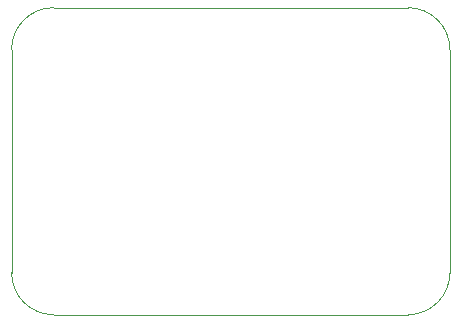
<source format=gko>
G04 #@! TF.GenerationSoftware,KiCad,Pcbnew,(6.0.2)*
G04 #@! TF.CreationDate,2022-05-11T22:01:16-05:00*
G04 #@! TF.ProjectId,Receive US,52656365-6976-4652-9055-532e6b696361,rev?*
G04 #@! TF.SameCoordinates,Original*
G04 #@! TF.FileFunction,Profile,NP*
%FSLAX46Y46*%
G04 Gerber Fmt 4.6, Leading zero omitted, Abs format (unit mm)*
G04 Created by KiCad (PCBNEW (6.0.2)) date 2022-05-11 22:01:16*
%MOMM*%
%LPD*%
G01*
G04 APERTURE LIST*
G04 #@! TA.AperFunction,Profile*
%ADD10C,0.100000*%
G04 #@! TD*
G04 APERTURE END LIST*
D10*
X85000000Y-87000000D02*
X115000000Y-87000000D01*
X118556000Y-90556000D02*
G75*
G03*
X115000000Y-87000000I-3555999J1D01*
G01*
X81444000Y-90556000D02*
X81444000Y-109444000D01*
X85000000Y-87000000D02*
G75*
G03*
X81444000Y-90556000I-1J-3555999D01*
G01*
X115000000Y-113000000D02*
G75*
G03*
X118556000Y-109444000I1J3555999D01*
G01*
X115000000Y-113000000D02*
X85000000Y-113000000D01*
X118556000Y-90556000D02*
X118556000Y-109444000D01*
X81444000Y-109444000D02*
G75*
G03*
X85000000Y-113000000I3555999J-1D01*
G01*
M02*

</source>
